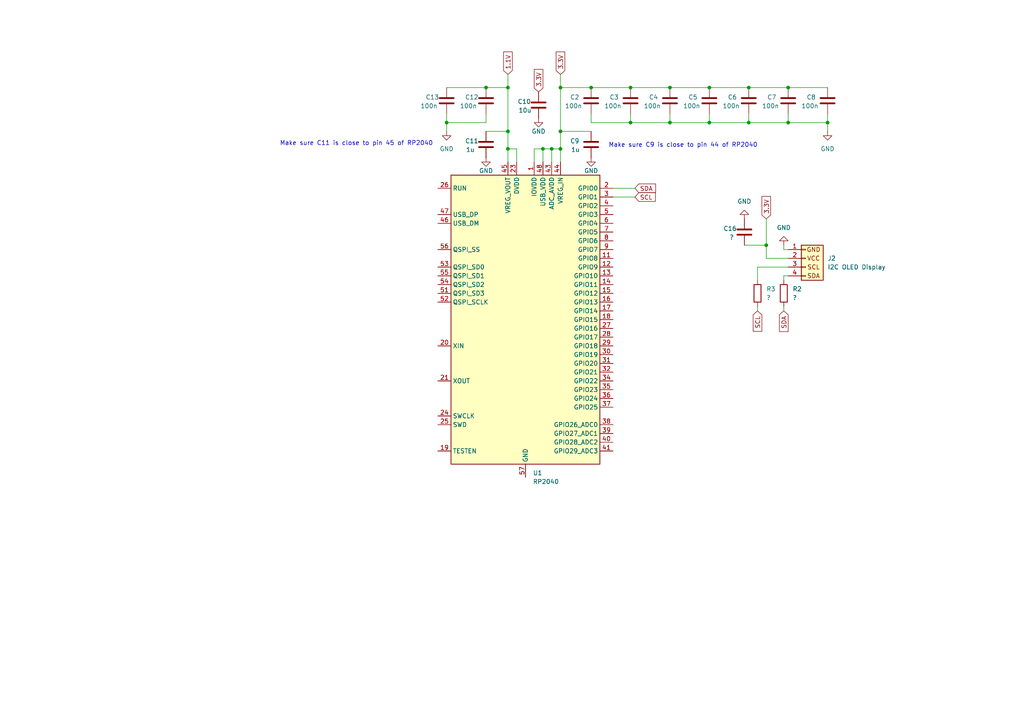
<source format=kicad_sch>
(kicad_sch (version 20250114) (generator "eeschema") (generator_version "9.0")
  (paper "A4")
  (lib_symbols
    (symbol "Connector_Generic:Conn_01x04" (pin_names (offset 1.016) (hide yes))
      (property "Reference" "J2" (at 0 -11.43 0))
      (property "Value" "I2C OLED Display" (at 0 -8.89 0))
      (symbol "Conn_01x04_1_1"
        (rectangle (start -1.27 3.81) (end 5.08 -6.35) (stroke (width 0.254)) (fill (type background)))
        (rectangle (start -1.27 2.667) (end 0 2.413) (stroke (width 0.1524)))
        (rectangle (start -1.27 0.127) (end 0 -0.127) (stroke (width 0.1524)))
        (rectangle (start -1.27 -2.413) (end 0 -2.667) (stroke (width 0.1524)))
        (rectangle (start -1.27 -4.953) (end 0 -5.207) (stroke (width 0.1524)))
        (text "GND" (at 2.286 2.54 0) (effects (font (size 1.27 1.27))))
        (text "VCC" (at 2.286 0 0) (effects (font (size 1.27 1.27))))
        (text "SCL" (at 2.286 -2.54 0) (effects (font (size 1.27 1.27))))
        (text "SDA" (at 2.286 -5.08 0) (effects (font (size 1.27 1.27))))
        (pin passive line (at -5.08 2.54 0) (length 3.81) (name "GND") (number "1"))
        (pin passive line (at -5.08 0 0) (length 3.81) (name "VCC") (number "2"))
        (pin passive line (at -5.08 -2.54 0) (length 3.81) (name "SCL") (number "3"))
        (pin passive line (at -5.08 -5.08 0) (length 3.81) (name "SDA") (number "4"))
      )
    )
    (symbol "Device:C" (pin_numbers (hide yes)) (pin_names (offset 0.254))
      (property "Reference" "C" (at 0.635 2.54 0))
      (property "Value" "C" (at 0.635 -2.54 0))
      (symbol "C_0_1"
        (polyline (pts (xy -2.032 0.762) (xy 2.032 0.762)) (stroke (width 0.508)))
        (polyline (pts (xy -2.032 -0.762) (xy 2.032 -0.762)) (stroke (width 0.508)))
      )
      (symbol "C_1_1"
        (pin passive line (at 0 3.81 270) (length 2.794) (name "~") (number "1"))
        (pin passive line (at 0 -3.81 90) (length 2.794) (name "~") (number "2"))
      )
    )
    (symbol "Device:R" (pin_numbers (hide yes)) (pin_names (offset 0))
      (property "Reference" "R" (at 2.032 0 90))
      (property "Value" "R" (at 0 0 90))
      (symbol "R_0_1"
        (rectangle (start -1.016 -2.54) (end 1.016 2.54) (stroke (width 0.254)))
      )
      (symbol "R_1_1"
        (pin passive line (at 0 3.81 270) (length 1.27) (name "~") (number "1"))
        (pin passive line (at 0 -3.81 90) (length 1.27) (name "~") (number "2"))
      )
    )
    (symbol "MCU_RaspberryPi:RP2040"
      (property "Reference" "U" (at 17.78 45.72 0))
      (property "Value" "RP2040" (at 17.78 43.18 0))
      (symbol "RP2040_0_1"
        (rectangle (start -21.59 41.91) (end 21.59 -41.91) (stroke (width 0.254)) (fill (type background)))
      )
      (symbol "RP2040_1_1"
        (pin input line (at -25.4 38.1 0) (length 3.81) (name "RUN") (number "26"))
        (pin bidirectional line (at -25.4 30.48 0) (length 3.81) (name "USB_DP") (number "47"))
        (pin bidirectional line (at -25.4 27.94 0) (length 3.81) (name "USB_DM") (number "46"))
        (pin bidirectional line (at -25.4 20.32 0) (length 3.81) (name "QSPI_SS") (number "56"))
        (pin bidirectional line (at -25.4 15.24 0) (length 3.81) (name "QSPI_SD0") (number "53"))
        (pin bidirectional line (at -25.4 12.7 0) (length 3.81) (name "QSPI_SD1") (number "55"))
        (pin bidirectional line (at -25.4 10.16 0) (length 3.81) (name "QSPI_SD2") (number "54"))
        (pin bidirectional line (at -25.4 7.62 0) (length 3.81) (name "QSPI_SD3") (number "51"))
        (pin output line (at -25.4 5.08 0) (length 3.81) (name "QSPI_SCLK") (number "52"))
        (pin input line (at -25.4 -7.62 0) (length 3.81) (name "XIN") (number "20"))
        (pin passive line (at -25.4 -17.78 0) (length 3.81) (name "XOUT") (number "21"))
        (pin input line (at -25.4 -27.94 0) (length 3.81) (name "SWCLK") (number "24"))
        (pin bidirectional line (at -25.4 -30.48 0) (length 3.81) (name "SWD") (number "25"))
        (pin input line (at -25.4 -38.1 0) (length 3.81) (name "TESTEN") (number "19"))
        (pin power_out line (at -5.08 45.72 270) (length 3.81) (name "VREG_VOUT") (number "45"))
        (pin power_in line (at -2.54 45.72 270) (length 3.81) (name "DVDD") (number "23"))
        (pin passive line (at -2.54 45.72 270) (length 3.81) (hide yes) (name "DVDD") (number "50"))
        (pin power_in line (at 0 -45.72 90) (length 3.81) (name "GND") (number "57"))
        (pin power_in line (at 2.54 45.72 270) (length 3.81) (name "IOVDD") (number "1"))
        (pin passive line (at 2.54 45.72 270) (length 3.81) (hide yes) (name "IOVDD") (number "10"))
        (pin passive line (at 2.54 45.72 270) (length 3.81) (hide yes) (name "IOVDD") (number "22"))
        (pin passive line (at 2.54 45.72 270) (length 3.81) (hide yes) (name "IOVDD") (number "33"))
        (pin passive line (at 2.54 45.72 270) (length 3.81) (hide yes) (name "IOVDD") (number "42"))
        (pin passive line (at 2.54 45.72 270) (length 3.81) (hide yes) (name "IOVDD") (number "49"))
        (pin power_in line (at 5.08 45.72 270) (length 3.81) (name "USB_VDD") (number "48"))
        (pin power_in line (at 7.62 45.72 270) (length 3.81) (name "ADC_AVDD") (number "43"))
        (pin power_in line (at 10.16 45.72 270) (length 3.81) (name "VREG_IN") (number "44"))
        (pin bidirectional line (at 25.4 38.1 180) (length 3.81) (name "GPIO0") (number "2"))
        (pin bidirectional line (at 25.4 35.56 180) (length 3.81) (name "GPIO1") (number "3"))
        (pin bidirectional line (at 25.4 33.02 180) (length 3.81) (name "GPIO2") (number "4"))
        (pin bidirectional line (at 25.4 30.48 180) (length 3.81) (name "GPIO3") (number "5"))
        (pin bidirectional line (at 25.4 27.94 180) (length 3.81) (name "GPIO4") (number "6"))
        (pin bidirectional line (at 25.4 25.4 180) (length 3.81) (name "GPIO5") (number "7"))
        (pin bidirectional line (at 25.4 22.86 180) (length 3.81) (name "GPIO6") (number "8"))
        (pin bidirectional line (at 25.4 20.32 180) (length 3.81) (name "GPIO7") (number "9"))
        (pin bidirectional line (at 25.4 17.78 180) (length 3.81) (name "GPIO8") (number "11"))
        (pin bidirectional line (at 25.4 15.24 180) (length 3.81) (name "GPIO9") (number "12"))
        (pin bidirectional line (at 25.4 12.7 180) (length 3.81) (name "GPIO10") (number "13"))
        (pin bidirectional line (at 25.4 10.16 180) (length 3.81) (name "GPIO11") (number "14"))
        (pin bidirectional line (at 25.4 7.62 180) (length 3.81) (name "GPIO12") (number "15"))
        (pin bidirectional line (at 25.4 5.08 180) (length 3.81) (name "GPIO13") (number "16"))
        (pin bidirectional line (at 25.4 2.54 180) (length 3.81) (name "GPIO14") (number "17"))
        (pin bidirectional line (at 25.4 0 180) (length 3.81) (name "GPIO15") (number "18"))
        (pin bidirectional line (at 25.4 -2.54 180) (length 3.81) (name "GPIO16") (number "27"))
        (pin bidirectional line (at 25.4 -5.08 180) (length 3.81) (name "GPIO17") (number "28"))
        (pin bidirectional line (at 25.4 -7.62 180) (length 3.81) (name "GPIO18") (number "29"))
        (pin bidirectional line (at 25.4 -10.16 180) (length 3.81) (name "GPIO19") (number "30"))
        (pin bidirectional line (at 25.4 -12.7 180) (length 3.81) (name "GPIO20") (number "31"))
        (pin bidirectional line (at 25.4 -15.24 180) (length 3.81) (name "GPIO21") (number "32"))
        (pin bidirectional line (at 25.4 -17.78 180) (length 3.81) (name "GPIO22") (number "34"))
        (pin bidirectional line (at 25.4 -20.32 180) (length 3.81) (name "GPIO23") (number "35"))
        (pin bidirectional line (at 25.4 -22.86 180) (length 3.81) (name "GPIO24") (number "36"))
        (pin bidirectional line (at 25.4 -25.4 180) (length 3.81) (name "GPIO25") (number "37"))
        (pin bidirectional line (at 25.4 -30.48 180) (length 3.81) (name "GPIO26_ADC0") (number "38"))
        (pin bidirectional line (at 25.4 -33.02 180) (length 3.81) (name "GPIO27_ADC1") (number "39"))
        (pin bidirectional line (at 25.4 -35.56 180) (length 3.81) (name "GPIO28_ADC2") (number "40"))
        (pin bidirectional line (at 25.4 -38.1 180) (length 3.81) (name "GPIO29_ADC3") (number "41"))
      )
    )
    (symbol "power:GND" (power) (pin_numbers (hide yes)) (pin_names (offset 0) (hide yes))
      (property "Value" "GND" (at 0 -3.81 0))
      (symbol "GND_0_1"
        (polyline (pts (xy 0 0) (xy 0 -1.27) (xy 1.27 -1.27) (xy 0 -2.54) (xy -1.27 -1.27) (xy 0 -1.27)))
      )
      (symbol "GND_1_1"
        (pin power_in line (at 0 0 270) (length 0) (name "~") (number "1"))
      )
    )
  )
  (text "Make sure C11 is close to pin 45 of RP2040" (at 103.378 41.656 0) (effects (font (size 1.27 1.27))))
  (text "Make sure C9 is close to pin 44 of RP2040" (at 198.12 42.164 0) (effects (font (size 1.27 1.27))))
  (junction (at 182.88 25.4))
  (junction (at 205.74 25.4))
  (junction (at 160.02 43.18))
  (junction (at 157.48 43.18))
  (junction (at 240.03 35.56))
  (junction (at 171.45 25.4))
  (junction (at 162.56 43.18))
  (junction (at 147.32 25.4))
  (junction (at 228.6 25.4))
  (junction (at 217.17 25.4))
  (junction (at 147.32 43.18))
  (junction (at 162.56 38.1))
  (junction (at 140.97 25.4))
  (junction (at 228.6 35.56))
  (junction (at 129.54 35.56))
  (junction (at 205.74 35.56))
  (junction (at 147.32 38.1))
  (junction (at 162.56 25.4))
  (junction (at 194.31 25.4))
  (junction (at 217.17 35.56))
  (junction (at 182.88 35.56))
  (junction (at 194.31 35.56))
  (junction (at 222.25 71.12))
  (wire (pts (xy 162.56 38.1) (xy 162.56 43.18)))
  (wire (pts (xy 171.45 25.4) (xy 182.88 25.4)))
  (wire (pts (xy 171.45 33.02) (xy 171.45 35.56)))
  (wire (pts (xy 157.48 46.99) (xy 157.48 43.18)))
  (wire (pts (xy 228.6 72.39) (xy 227.33 72.39)))
  (wire (pts (xy 228.6 74.93) (xy 222.25 74.93)))
  (wire (pts (xy 219.71 77.47) (xy 219.71 81.28)))
  (wire (pts (xy 154.94 46.99) (xy 154.94 43.18)))
  (wire (pts (xy 222.25 74.93) (xy 222.25 71.12)))
  (wire (pts (xy 217.17 33.02) (xy 217.17 35.56)))
  (wire (pts (xy 147.32 43.18) (xy 147.32 46.99)))
  (wire (pts (xy 140.97 38.1) (xy 147.32 38.1)))
  (wire (pts (xy 171.45 35.56) (xy 182.88 35.56)))
  (wire (pts (xy 162.56 25.4) (xy 162.56 21.59)))
  (wire (pts (xy 222.25 71.12) (xy 222.25 63.5)))
  (wire (pts (xy 160.02 46.99) (xy 160.02 43.18)))
  (wire (pts (xy 227.33 81.28) (xy 227.33 80.01)))
  (wire (pts (xy 162.56 38.1) (xy 171.45 38.1)))
  (wire (pts (xy 149.86 43.18) (xy 147.32 43.18)))
  (wire (pts (xy 215.9 71.12) (xy 222.25 71.12)))
  (wire (pts (xy 194.31 35.56) (xy 205.74 35.56)))
  (wire (pts (xy 194.31 25.4) (xy 205.74 25.4)))
  (wire (pts (xy 228.6 77.47) (xy 219.71 77.47)))
  (wire (pts (xy 217.17 35.56) (xy 228.6 35.56)))
  (wire (pts (xy 205.74 33.02) (xy 205.74 35.56)))
  (wire (pts (xy 217.17 25.4) (xy 228.6 25.4)))
  (wire (pts (xy 182.88 35.56) (xy 194.31 35.56)))
  (wire (pts (xy 240.03 35.56) (xy 240.03 38.1)))
  (wire (pts (xy 129.54 33.02) (xy 129.54 35.56)))
  (wire (pts (xy 228.6 33.02) (xy 228.6 35.56)))
  (wire (pts (xy 129.54 25.4) (xy 140.97 25.4)))
  (wire (pts (xy 227.33 80.01) (xy 228.6 80.01)))
  (wire (pts (xy 227.33 72.39) (xy 227.33 71.12)))
  (wire (pts (xy 162.56 43.18) (xy 162.56 46.99)))
  (wire (pts (xy 162.56 25.4) (xy 171.45 25.4)))
  (wire (pts (xy 228.6 35.56) (xy 240.03 35.56)))
  (wire (pts (xy 147.32 21.59) (xy 147.32 25.4)))
  (wire (pts (xy 205.74 35.56) (xy 217.17 35.56)))
  (wire (pts (xy 219.71 88.9) (xy 219.71 90.17)))
  (wire (pts (xy 129.54 35.56) (xy 129.54 38.1)))
  (wire (pts (xy 240.03 35.56) (xy 240.03 33.02)))
  (wire (pts (xy 227.33 88.9) (xy 227.33 90.17)))
  (wire (pts (xy 160.02 43.18) (xy 162.56 43.18)))
  (wire (pts (xy 177.8 57.15) (xy 184.15 57.15)))
  (wire (pts (xy 205.74 25.4) (xy 217.17 25.4)))
  (wire (pts (xy 154.94 43.18) (xy 157.48 43.18)))
  (wire (pts (xy 147.32 38.1) (xy 147.32 43.18)))
  (wire (pts (xy 140.97 25.4) (xy 147.32 25.4)))
  (wire (pts (xy 228.6 25.4) (xy 240.03 25.4)))
  (wire (pts (xy 177.8 54.61) (xy 184.15 54.61)))
  (wire (pts (xy 147.32 25.4) (xy 147.32 38.1)))
  (wire (pts (xy 182.88 33.02) (xy 182.88 35.56)))
  (wire (pts (xy 140.97 35.56) (xy 129.54 35.56)))
  (wire (pts (xy 149.86 46.99) (xy 149.86 43.18)))
  (wire (pts (xy 182.88 25.4) (xy 194.31 25.4)))
  (wire (pts (xy 157.48 43.18) (xy 160.02 43.18)))
  (wire (pts (xy 162.56 25.4) (xy 162.56 38.1)))
  (wire (pts (xy 194.31 33.02) (xy 194.31 35.56)))
  (wire (pts (xy 140.97 33.02) (xy 140.97 35.56)))
  (global_label "SCL" (shape input) (at 184.15 57.15 0) (property "Intersheetrefs" "${INTERSHEET_REFS}" (effects (hide yes))))
  (global_label "SDA" (shape input) (at 227.33 90.17 270) (property "Intersheetrefs" "${INTERSHEET_REFS}" (effects (hide yes))))
  (global_label "3.3V" (shape input) (at 156.21 26.67 90) (property "Intersheetrefs" "${INTERSHEET_REFS}" (effects (hide yes))))
  (global_label "1.1V" (shape input) (at 147.32 21.59 90) (property "Intersheetrefs" "${INTERSHEET_REFS}" (effects (hide yes))))
  (global_label "3.3V" (shape input) (at 222.25 63.5 90) (property "Intersheetrefs" "${INTERSHEET_REFS}" (effects (hide yes))))
  (global_label "3.3V" (shape input) (at 162.56 21.59 90) (property "Intersheetrefs" "${INTERSHEET_REFS}" (effects (hide yes))))
  (global_label "SCL" (shape input) (at 219.71 90.17 270) (property "Intersheetrefs" "${INTERSHEET_REFS}" (effects (hide yes))))
  (global_label "SDA" (shape input) (at 184.15 54.61 0) (property "Intersheetrefs" "${INTERSHEET_REFS}" (effects (hide yes))))
  (symbol (lib_id "Device:C") (at 156.21 30.48 0) (unit 1)
    (property "Reference" "C10" (at 150.114 29.464 0) (effects (justify left)))
    (property "Value" "10u" (at 150.368 32.004 0) (effects (justify left)))
    (property "Description" "Unpolarized capacitor" (effects (hide yes)))
  )
  (symbol (lib_id "Device:C") (at 228.6 29.21 0) (unit 1)
    (property "Reference" "C7" (at 222.504 28.194 0) (effects (justify left)))
    (property "Value" "100n" (at 220.98 30.734 0) (effects (justify left)))
    (property "Description" "Unpolarized capacitor" (effects (hide yes)))
  )
  (symbol (lib_id "Device:C") (at 240.03 29.21 0) (unit 1)
    (property "Reference" "C8" (at 233.934 28.194 0) (effects (justify left)))
    (property "Value" "100n" (at 232.41 30.734 0) (effects (justify left)))
    (property "Description" "Unpolarized capacitor" (effects (hide yes)))
  )
  (symbol (lib_id "Device:C") (at 140.97 29.21 0) (unit 1)
    (property "Reference" "C12" (at 134.874 28.194 0) (effects (justify left)))
    (property "Value" "100n" (at 133.35 30.734 0) (effects (justify left)))
    (property "Description" "Unpolarized capacitor" (effects (hide yes)))
  )
  (symbol (lib_id "Device:C") (at 182.88 29.21 0) (unit 1)
    (property "Reference" "C3" (at 176.784 28.194 0) (effects (justify left)))
    (property "Value" "100n" (at 175.26 30.734 0) (effects (justify left)))
    (property "Description" "Unpolarized capacitor" (effects (hide yes)))
  )
  (symbol (lib_id "Device:R") (at 227.33 85.09 180) (unit 1)
    (property "Reference" "R2" (at 229.87 83.8199 0) (effects (justify right)))
    (property "Value" "?" (at 229.87 86.3599 0) (effects (justify right)))
    (property "Description" "Resistor" (effects (hide yes)))
  )
  (symbol (lib_id "power:GND") (at 171.45 45.72 0) (unit 1)
    (property "Reference" "#PWR05" (effects (hide yes)))
    (property "Value" "GND" (at 171.45 49.53 0))
    (property "Description" "Power symbol creates a global label with name \"GND\" , ground" (effects (hide yes)))
  )
  (symbol (lib_id "power:GND") (at 129.54 38.1 0) (unit 1)
    (property "Reference" "#PWR08" (effects (hide yes)))
    (property "Value" "GND" (at 129.54 43.18 0))
    (property "Description" "Power symbol creates a global label with name \"GND\" , ground" (effects (hide yes)))
  )
  (symbol (lib_id "Device:C") (at 129.54 29.21 0) (unit 1)
    (property "Reference" "C13" (at 123.444 28.194 0) (effects (justify left)))
    (property "Value" "100n" (at 121.92 30.734 0) (effects (justify left)))
    (property "Description" "Unpolarized capacitor" (effects (hide yes)))
  )
  (symbol (lib_id "Device:R") (at 219.71 85.09 0) (unit 1)
    (property "Reference" "R3" (at 222.25 83.8199 0) (effects (justify left)))
    (property "Value" "?" (at 222.25 86.3599 0) (effects (justify left)))
    (property "Description" "Resistor" (effects (hide yes)))
  )
  (symbol (lib_id "power:GND") (at 140.97 45.72 0) (unit 1)
    (property "Reference" "#PWR07" (effects (hide yes)))
    (property "Value" "GND" (at 140.97 49.53 0))
    (property "Description" "Power symbol creates a global label with name \"GND\" , ground" (effects (hide yes)))
  )
  (symbol (lib_id "power:GND") (at 156.21 34.29 0) (unit 1)
    (property "Reference" "#PWR06" (effects (hide yes)))
    (property "Value" "GND" (at 156.21 38.1 0))
    (property "Description" "Power symbol creates a global label with name \"GND\" , ground" (effects (hide yes)))
  )
  (symbol (lib_id "Device:C") (at 171.45 41.91 0) (unit 1)
    (property "Reference" "C9" (at 165.354 40.894 0) (effects (justify left)))
    (property "Value" "1u" (at 165.608 43.434 0) (effects (justify left)))
    (property "Description" "Unpolarized capacitor" (effects (hide yes)))
  )
  (symbol (lib_id "Device:C") (at 215.9 67.31 0) (unit 1)
    (property "Reference" "C16" (at 209.804 66.294 0) (effects (justify left)))
    (property "Value" "?" (at 211.582 68.834 0) (effects (justify left)))
    (property "Description" "Unpolarized capacitor" (effects (hide yes)))
  )
  (symbol (lib_id "power:GND") (at 215.9 63.5 180) (unit 1)
    (property "Reference" "#PWR013" (effects (hide yes)))
    (property "Value" "GND" (at 215.9 58.42 0))
    (property "Description" "Power symbol creates a global label with name \"GND\" , ground" (effects (hide yes)))
  )
  (symbol (lib_id "Device:C") (at 140.97 41.91 0) (unit 1)
    (property "Reference" "C11" (at 134.874 40.894 0) (effects (justify left)))
    (property "Value" "1u" (at 135.128 43.434 0) (effects (justify left)))
    (property "Description" "Unpolarized capacitor" (effects (hide yes)))
  )
  (symbol (lib_id "Device:C") (at 217.17 29.21 0) (unit 1)
    (property "Reference" "C6" (at 211.074 28.194 0) (effects (justify left)))
    (property "Value" "100n" (at 209.55 30.734 0) (effects (justify left)))
    (property "Description" "Unpolarized capacitor" (effects (hide yes)))
  )
  (symbol (lib_id "power:GND") (at 240.03 38.1 0) (unit 1)
    (property "Reference" "#PWR04" (effects (hide yes)))
    (property "Value" "GND" (at 240.03 43.18 0))
    (property "Description" "Power symbol creates a global label with name \"GND\" , ground" (effects (hide yes)))
  )
  (symbol (lib_id "Device:C") (at 194.31 29.21 0) (unit 1)
    (property "Reference" "C4" (at 188.214 28.194 0) (effects (justify left)))
    (property "Value" "100n" (at 186.69 30.734 0) (effects (justify left)))
    (property "Description" "Unpolarized capacitor" (effects (hide yes)))
  )
  (symbol (lib_id "Device:C") (at 205.74 29.21 0) (unit 1)
    (property "Reference" "C5" (at 199.644 28.194 0) (effects (justify left)))
    (property "Value" "100n" (at 198.12 30.734 0) (effects (justify left)))
    (property "Description" "Unpolarized capacitor" (effects (hide yes)))
  )
  (symbol (lib_id "Connector_Generic:Conn_01x04") (at 233.68 74.93 0) (unit 1)
    (property "Reference" "J2" (at 240.03 74.9299 0) (effects (justify left)))
    (property "Value" "I2C OLED Display" (at 240.03 77.4699 0) (effects (justify left)))
    (property "Description" "Generic connector, single row, 01x04, script generated (kicad-library-utils/schlib/autogen/connector/)" (effects (hide yes)))
  )
  (symbol (lib_id "Device:C") (at 171.45 29.21 0) (unit 1)
    (property "Reference" "C2" (at 165.354 28.194 0) (effects (justify left)))
    (property "Value" "100n" (at 163.83 30.734 0) (effects (justify left)))
    (property "Description" "Unpolarized capacitor" (effects (hide yes)))
  )
  (symbol (lib_id "MCU_RaspberryPi:RP2040") (at 152.4 92.71 0) (unit 1)
    (property "Reference" "U1" (at 154.5433 137.16 0) (effects (justify left)))
    (property "Value" "RP2040" (at 154.5433 139.7 0) (effects (justify left)))
    (property "Footprint" "Package_DFN_QFN:QFN-56-1EP_7x7mm_P0.4mm_EP3.2x3.2mm" (effects (hide yes)))
    (property "Datasheet" "https://datasheets.raspberrypi.com/rp2040/rp2040-datasheet.pdf" (effects (hide yes)))
    (property "Description" "A microcontroller by Raspberry Pi" (effects (hide yes)))
  )
  (symbol (lib_id "power:GND") (at 227.33 71.12 180) (unit 1)
    (property "Reference" "#PWR012" (effects (hide yes)))
    (property "Value" "GND" (at 227.33 66.04 0))
    (property "Description" "Power symbol creates a global label with name \"GND\" , ground" (effects (hide yes)))
  )
)
</source>
